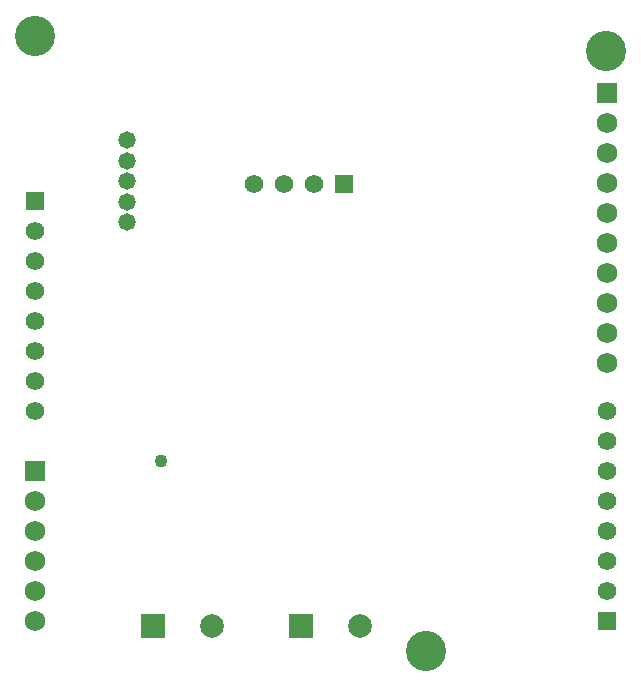
<source format=gbs>
G04*
G04 #@! TF.GenerationSoftware,Altium Limited,Altium Designer,19.0.15 (446)*
G04*
G04 Layer_Color=16711935*
%FSLAX23Y23*%
%MOIN*%
G70*
G01*
G75*
%ADD39R,0.062X0.062*%
%ADD40C,0.062*%
%ADD41C,0.079*%
%ADD42R,0.079X0.079*%
%ADD43R,0.068X0.068*%
%ADD44C,0.068*%
%ADD45R,0.062X0.062*%
%ADD46C,0.134*%
%ADD47C,0.058*%
%ADD48C,0.043*%
D39*
X-976Y-300D02*
D03*
D40*
X-1076D02*
D03*
X-1176D02*
D03*
X-1276D02*
D03*
X-2006Y-457D02*
D03*
Y-557D02*
D03*
Y-657D02*
D03*
Y-757D02*
D03*
Y-857D02*
D03*
Y-957D02*
D03*
Y-1057D02*
D03*
X-100Y-1656D02*
D03*
Y-1556D02*
D03*
Y-1456D02*
D03*
Y-1356D02*
D03*
Y-1256D02*
D03*
Y-1156D02*
D03*
Y-1056D02*
D03*
D41*
X-923Y-1772D02*
D03*
X-1416D02*
D03*
D42*
X-1120D02*
D03*
X-1612D02*
D03*
D43*
X-100Y3D02*
D03*
X-2006Y-1256D02*
D03*
D44*
X-100Y-97D02*
D03*
Y-297D02*
D03*
Y-397D02*
D03*
Y-497D02*
D03*
Y-597D02*
D03*
Y-697D02*
D03*
Y-797D02*
D03*
Y-897D02*
D03*
Y-197D02*
D03*
X-2006Y-1756D02*
D03*
Y-1656D02*
D03*
Y-1556D02*
D03*
Y-1456D02*
D03*
Y-1356D02*
D03*
D45*
Y-357D02*
D03*
X-100Y-1756D02*
D03*
D46*
X-103Y143D02*
D03*
X-703Y-1855D02*
D03*
X-2004Y193D02*
D03*
D47*
X-1700Y-427D02*
D03*
Y-359D02*
D03*
Y-290D02*
D03*
Y-222D02*
D03*
Y-154D02*
D03*
D48*
X-1584Y-1223D02*
D03*
M02*

</source>
